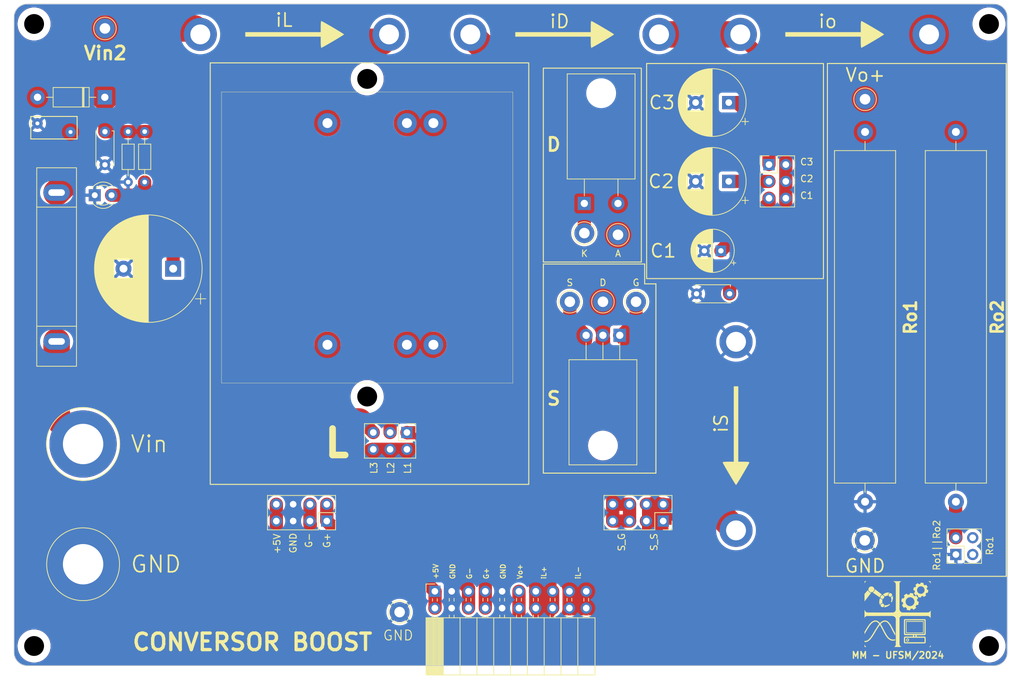
<source format=kicad_pcb>
(kicad_pcb (version 20221018) (generator pcbnew)
  (layers (0 "F.Cu" signal) (31 "B.Cu" signal) (34 "B.Paste" user) (35 "F.Paste" user) (36 "B.SilkS" user "B.Silkscreen") (37 "F.SilkS" user "F.Silkscreen") (38 "B.Mask" user) (39 "F.Mask" user) (44 "Edge.Cuts" user))
  (net 0 "")
  (net 1 "/Vin2")
  (net 2 "GND")
  (net 3 "Net-(J6-Pin_4)")
  (net 4 "Net-(J6-Pin_5)")
  (net 5 "IL-")
  (net 6 "Net-(D1-A)")
  (net 7 "Net-(D2-A)")
  (net 8 "Net-(D3-K)")
  (net 9 "15V_F")
  (net 10 "G+")
  (net 11 "IL+")
  (net 12 "Net-(J6-Pin_6)")
  (net 13 "switch_gate")
  (net 14 "Vo+")
  (net 15 "G-")
  (net 16 "Net-(J6-Pin_1)")
  (net 17 "Net-(J7-Pin_2)")
  (net 18 "/Vin")
  (net 19 "Net-(J3-Pin_1)")
  (net 20 "Net-(J3-Pin_2)")
  (net 21 "Net-(J3-Pin_3)")
  (net 22 "Net-(L1-Pad1)")
  (net 23 "switch_source")
  (footprint "LED_THT:LED_D3.0mm" (layer "F.Cu") (at 27.16 43.8)
    (fp_text reference "D2" hide)
    (fp_text value "LED")
    (pad "1" thru_hole rect (at 0 0) (size 1.8 1.8) (drill 0.9) (layers "*.Cu" "*.Mask") (net 2 "GND"))
    (pad "2" thru_hole circle (at 2.54 0) (size 1.8 1.8) (drill 0.9) (layers "*.Cu" "*.Mask") (net 7 "Net-(D2-A)"))
  )
  (footprint "Library:Furo" (layer "F.Cu") (at 18 20.525)
    (fp_text reference "H1" hide)
    (fp_text value "MountingHole")
    (pad "" np_thru_hole circle (at 0 -2.6) (size 3 3) (drill 3) (layers "*.Mask") (clearance 1))
  )
  (footprint "Connector_PinHeader_2.54mm:PinHeader_2x02_P2.54mm_Vertical" (layer "F.Cu") (at 157.2 98.1 90)
    (fp_text reference "J7" hide)
    (fp_text value "Conn_02x01")
    (pad "1" thru_hole rect (at 0 0 90) (size 1.7 1.7) (drill 1) (layers "*.Cu" "*.Mask") (net 2 "GND"))
    (pad "2" thru_hole oval (at 2.54 0 90) (size 1.7 1.7) (drill 1) (layers "*.Cu" "*.Mask") (net 17 "Net-(J7-Pin_2)"))
    (pad "3" thru_hole oval (at 0 2.54 90) (size 1.7 1.7) (drill 1) (layers "*.Cu" "*.Mask"))
    (pad "4" thru_hole oval (at 2.54 2.54 90) (size 1.7 1.7) (drill 1) (layers "*.Cu" "*.Mask"))
  )
  (footprint "TestPoint:TestPoint_Loop_D2.60mm_Drill1.6mm_Beaded" (layer "F.Cu") (at 98.9 59.9)
    (fp_text reference "TP6" hide)
    (fp_text value "TestPoint")
    (pad "1" thru_hole circle (at 0 0) (size 3 3) (drill 1.6) (layers "*.Cu" "*.Mask") (net 23 "switch_source"))
  )
  (footprint "Capacitor_THT:CP_Radial_D6.3mm_P2.50mm" (layer "F.Cu") (at 121.714703 52.2 180)
    (fp_text reference "C5" hide)
    (fp_text value "22u")
    (pad "1" thru_hole rect (at 0 0 180) (size 1.6 1.6) (drill 0.8) (layers "*.Cu" "*.Mask") (net 12 "Net-(J6-Pin_6)"))
    (pad "2" thru_hole circle (at 2.5 0 180) (size 1.6 1.6) (drill 0.8) (layers "*.Cu" "*.Mask") (net 2 "GND"))
  )
  (footprint "LOGO" (layer "F.Cu") (at 57.40695 19.500001)
    (fp_text reference "G***" hide)
    (fp_text value "LOGO" hide)
  )
  (footprint "Connector_PinHeader_2.54mm:PinHeader_2x03_P2.54mm_Vertical" (layer "F.Cu") (at 128.97762 39.172)
    (fp_text reference "J6" hide)
    (fp_text value "Conn_02x03_Counter_Clockwise")
    (pad "1" thru_hole oval (at 2.54 5.08) (size 1.7 1.7) (drill 1) (layers "*.Cu" "*.Mask") (net 16 "Net-(J6-Pin_1)"))
    (pad "2" thru_hole oval (at 2.54 2.54) (size 1.7 1.7) (drill 1) (layers "*.Cu" "*.Mask") (net 16 "Net-(J6-Pin_1)"))
    (pad "3" thru_hole oval (at 2.54 0) (size 1.7 1.7) (drill 1) (layers "*.Cu" "*.Mask") (net 16 "Net-(J6-Pin_1)"))
    (pad "4" thru_hole rect (at 0 0) (size 1.7 1.7) (drill 1) (layers "*.Cu" "*.Mask") (net 3 "Net-(J6-Pin_4)"))
    (pad "5" thru_hole oval (at 0 2.54) (size 1.7 1.7) (drill 1) (layers "*.Cu" "*.Mask") (net 4 "Net-(J6-Pin_5)"))
    (pad "6" thru_hole oval (at 0 5.08) (size 1.7 1.7) (drill 1) (layers "*.Cu" "*.Mask") (net 12 "Net-(J6-Pin_6)"))
  )
  (footprint "LOGO" (layer "F.Cu") (at 98.18195 19.500001)
    (fp_text reference "G***" hide)
    (fp_text value "LOGO" hide)
  )
  (footprint "Capacitor_THT:CP_Radial_D10.0mm_P5.00mm" (layer "F.Cu") (at 122.9 29.8 180)
    (fp_text reference "C3" hide)
    (fp_text value "220u")
    (pad "1" thru_hole rect (at 0 0 180) (size 2 2) (drill 1) (layers "*.Cu" "*.Mask") (net 3 "Net-(J6-Pin_4)"))
    (pad "2" thru_hole circle (at 5 0 180) (size 2 2) (drill 1) (layers "*.Cu" "*.Mask") (net 2 "GND"))
  )
  (footprint "Package_TO_SOT_THT:TO-220-3_Horizontal_TabDown" (layer "F.Cu") (at 106.44 64.97 180)
    (fp_text reference "Q1" hide)
    (fp_text value "IRF540N")
    (pad "" np_thru_hole oval (at 2.54 -16.66 180) (size 3.5 3.5) (drill 3.5) (layers "*.Cu" "*.Mask"))
    (pad "1" thru_hole rect (at 0 0 180) (size 1.905 2) (drill 1.1) (layers "*.Cu" "*.Mask") (net 13 "switch_gate"))
    (pad "2" thru_hole oval (at 2.54 0 180) (size 1.905 2) (drill 1.1) (layers "*.Cu" "*.Mask") (net 5 "IL-"))
    (pad "3" thru_hole oval (at 5.08 0 180) (size 1.905 2) (drill 1.1) (layers "*.Cu" "*.Mask") (net 23 "switch_source"))
  )
  (footprint "TestPoint:TestPoint_Loop_D2.60mm_Drill1.6mm_Beaded" (layer "F.Cu") (at 143.484 29.3 90)
    (fp_text reference "TP12" hide)
    (fp_text value "TestPoint")
    (pad "1" thru_hole circle (at 0 0 90) (size 3 3) (drill 1.6) (layers "*.Cu" "*.Mask") (net 14 "Vo+"))
  )
  (footprint "LOGO" (layer "F.Cu") (at 148.4 107.1)
    (fp_text reference "G***" hide)
    (fp_text value "LOGO" hide)
  )
  (footprint "TestPoint:TestPoint_Loop_D2.60mm_Drill1.6mm_Beaded" (layer "F.Cu") (at 106.172 49.784)
    (fp_text reference "TP8" hide)
    (fp_text value "TestPoint")
    (pad "1" thru_hole circle (at 0 0) (size 3 3) (drill 1.6) (layers "*.Cu" "*.Mask") (net 5 "IL-"))
  )
  (footprint "LOGO" (layer "F.Cu") (at 123.999999 80.2 -90)
    (fp_text reference "G***" hide)
    (fp_text value "LOGO" hide)
  )
  (footprint "Connector:Banana_Jack_1Pin" (layer "F.Cu") (at 25.4 99.568)
    (fp_text reference "J2" hide)
    (fp_text value "Conn_01x01_Pin")
    (pad "1" thru_hole circle (at 0 0) (size 10.16 10.16) (drill 6.1) (layers "*.Cu" "*.Mask") (net 2 "GND"))
  )
  (footprint "Resistor_THT:R_Axial_Power_L50.0mm_W9.0mm_P55.88mm" (layer "F.Cu") (at 157.2 34.24 -90)
    (fp_text reference "R4" hide)
    (fp_text value "100")
    (pad "1" thru_hole circle (at 0 0 270) (size 2.4 2.4) (drill 1.2) (layers "*.Cu" "*.Mask") (net 14 "Vo+"))
    (pad "2" thru_hole oval (at 55.88 0 270) (size 2.4 2.4) (drill 1.2) (layers "*.Cu" "*.Mask") (net 17 "Net-(J7-Pin_2)"))
  )
  (footprint "TestPoint:TestPoint_Loop_D2.60mm_Drill1.6mm_Beaded" (layer "F.Cu") (at 73.2 106.8)
    (fp_text reference "TP2" hide)
    (fp_text value "TestPoint")
    (pad "1" thru_hole circle (at 0 0) (size 3 3) (drill 1.6) (layers "*.Cu" "*.Mask") (net 2 "GND"))
  )
  (footprint "Resistor_THT:R_Axial_DIN0204_L3.6mm_D1.6mm_P7.62mm_Horizontal" (layer "F.Cu") (at 32.2 34.19 -90)
    (fp_text reference "R2" hide)
    (fp_text value "10k")
    (pad "1" thru_hole circle (at 0 0 270) (size 1.4 1.4) (drill 0.7) (layers "*.Cu" "*.Mask") (net 1 "/Vin2"))
    (pad "2" thru_hole oval (at 7.62 0 270) (size 1.4 1.4) (drill 0.7) (layers "*.Cu" "*.Mask") (net 2 "GND"))
  )
  (footprint "Package_TO_SOT_THT:TO-220-2_Horizontal_TabDown" (layer "F.Cu") (at 101.092 45.044)
    (fp_text reference "D3" hide)
    (fp_text value "D")
    (pad "" np_thru_hole oval (at 2.54 -16.66) (size 3.5 3.5) (drill 3.5) (layers "*.Cu" "*.Mask"))
    (pad "1" thru_hole rect (at 0 0) (size 2 2) (drill 1.1) (layers "*.Cu" "*.Mask") (net 8 "Net-(D3-K)"))
    (pad "2" thru_hole oval (at 5.08 0) (size 2 2) (drill 1.1) (layers "*.Cu" "*.Mask") (net 5 "IL-"))
  )
  (footprint "Diode_THT:D_DO-41_SOD81_P10.16mm_Horizontal" (layer "F.Cu") (at 28.68 29 180)
    (fp_text reference "D1" hide)
    (fp_text value "1N4007")
    (pad "1" thru_hole rect (at 0 0 180) (size 2.2 2.2) (drill 1.1) (layers "*.Cu" "*.Mask") (net 1 "/Vin2"))
    (pad "2" thru_hole oval (at 10.16 0 180) (size 2.2 2.2) (drill 1.1) (layers "*.Cu" "*.Mask") (net 6 "Net-(D1-A)"))
  )
  (footprint "LOGO" (layer "F.Cu") (at 138.95695 19.500001)
    (fp_text reference "G***" hide)
    (fp_text value "LOGO" hide)
  )
  (footprint "Capacitor_THT:C_Disc_D5.0mm_W2.5mm_P5.00mm" (layer "F.Cu") (at 123.032323 58.7 180)
    (fp_text reference "C6" hide)
    (fp_text value "100n")
    (pad "1" thru_hole circle (at 0 0 180) (size 1.6 1.6) (drill 0.8) (layers "*.Cu" "*.Mask") (net 16 "Net-(J6-Pin_1)"))
    (pad "2" thru_hole circle (at 5 0 180) (size 1.6 1.6) (drill 0.8) (layers "*.Cu" "*.Mask") (net 2 "GND"))
  )
  (footprint "Connector_PinSocket_2.54mm:PinSocket_2x10_P2.54mm_Horizontal" (layer "F.Cu") (at 78.52 103.66 90)
    (fp_text reference "J5" hide)
    (fp_text value "Conn_02x10_Odd_Even")
    (pad "1" thru_hole rect (at 0 0 90) (size 1.7 1.7) (drill 1) (layers "*.Cu" "*.Mask") (net 9 "15V_F"))
    (pad "2" thru_hole oval (at -2.54 0 90) (size 1.7 1.7) (drill 1) (layers "*.Cu" "*.Mask") (net 9 "15V_F"))
    (pad "3" thru_hole oval (at 0 2.54 90) (size 1.7 1.7) (drill 1) (layers "*.Cu" "*.Mask") (net 2 "GND"))
    (pad "4" thru_hole oval (at -2.54 2.54 90) (size 1.7 1.7) (drill 1) (layers "*.Cu" "*.Mask") (net 2 "GND"))
    (pad "5" thru_hole oval (at 0 5.08 90) (size 1.7 1.7) (drill 1) (layers "*.Cu" "*.Mask") (net 15 "G-"))
    (pad "6" thru_hole oval (at -2.54 5.08 90) (size 1.7 1.7) (drill 1) (layers "*.Cu" "*.Mask") (net 15 "G-"))
    (pad "7" thru_hole oval (at 0 7.62 90) (size 1.7 1.7) (drill 1) (layers "*.Cu" "*.Mask") (net 10 "G+"))
    (pad "8" thru_hole oval (at -2.54 7.62 90) (size 1.7 1.7) (drill 1) (layers "*.Cu" "*.Mask") (net 10 "G+"))
    (pad "9" thru_hole oval (at 0 10.16 90) (size 1.7 1.7) (drill 1) (layers "*.Cu" "*.Mask") (net 2 "GND"))
    (pad "10" thru_hole oval (at -2.54 10.16 90) (size 1.7 1.7) (drill 1) (layers "*.Cu" "*.Mask") (net 2 "GND"))
    (pad "11" thru_hole oval (at 0 12.7 90) (size 1.7 1.7) (drill 1) (layers "*.Cu" "*.Mask") (net 14 "Vo+"))
    (pad "12" thru_hole oval (at -2.54 12.7 90) (size 1.7 1.7) (drill 1) (layers "*.Cu" "*.Mask") (net 14 "Vo+"))
    (pad "13" thru_hole oval (at 0 15.24 90) (size 1.7 1.7) (drill 1) (layers "*.Cu" "*.Mask") (net 11 "IL+"))
    (pad "14" thru_hole oval (at -2.54 15.24 90) (size 1.7 1.7) (drill 1) (layers "*.Cu" "*.Mask") (net 11 "IL+"))
    (pad "15" thru_hole oval (at 0 17.78 90) (size 1.7 1.7) (drill 1) (layers "*.Cu" "*.Mask") (net 11 "IL+"))
    (pad "16" thru_hole oval (at -2.54 17.78 90) (size 1.7 1.7) (drill 1) (layers "*.Cu" "*.Mask") (net 11 "IL+"))
    (pad "17" thru_hole oval (at 0 20.32 90) (size 1.7 1.7) (drill 1) (layers "*.Cu" "*.Mask") (net 5 "IL-"))
    (pad "18" thru_hole oval (at -2.54 20.32 90) (size 1.7 1.7) (drill 1) (layers "*.Cu" "*.Mask") (net 5 "IL-"))
    (pad "19" thru_hole oval (at 0 22.86 90) (size 1.7 1.7) (drill 1) (layers "*.Cu" "*.Mask") (net 5 "IL-"))
    (pad "20" thru_hole oval (at -2.54 22.86 90) (size 1.7 1.7) (drill 1) (layers "*.Cu" "*.Mask") (net 5 "IL-"))
  )
  (footprint "Library:Testpoint_current" (layer "F.Cu") (at 98.125 19.5)
    (fp_text reference "TP10" hide)
    (fp_text value "TestPoint_2Pole")
    (pad "1" thru_hole circle (at -14.25 0) (size 5 5) (drill 3) (layers "*.Cu" "*.Mask") (net 8 "Net-(D3-K)"))
    (pad "2" thru_hole circle (at 14.25 0) (size 5 5) (drill 3) (layers "*.Cu" "*.Mask") (net 16 "Net-(J6-Pin_1)"))
  )
  (footprint "Library:Fuse" (layer "F.Cu") (at 21.4 68.9)
    (fp_text reference "F1" hide)
    (fp_text value "Fuse")
    (pad "1" thru_hole oval (at 0 -3) (size 4 2.5) (drill oval 2.5 1) (layers "*.Cu" "*.Mask") (net 18 "/Vin"))
    (pad "2" thru_hole oval (at 0 -25.5) (size 4 2.5) (drill oval 2.5 1) (layers "*.Cu" "*.Mask") (net 6 "Net-(D1-A)"))
  )
  (footprint "Library:Furo" (layer "F.Cu") (at 18 114.525)
    (fp_text reference "H2" hide)
    (fp_text value "MountingHole")
    (pad "" np_thru_hole circle (at 0 -2.6) (size 3 3) (drill 3) (layers "*.Mask" "Eco1.User") (clearance 1))
  )
  (footprint "Library:Testpoint_current" (layer "F.Cu") (at 124 80.2 -90)
    (fp_text reference "TP7" hide)
    (fp_text value "TestPoint_2Pole")
    (pad "1" thru_hole circle (at -14.25 0 270) (size 5 5) (drill 3) (layers "*.Cu" "*.Mask") (net 2 "GND"))
    (pad "2" thru_hole circle (at 14.25 0 270) (size 5 5) (drill 3) (layers "*.Cu" "*.Mask") (net 23 "switch_source"))
  )
  (footprint "Library:Furo" (layer "F.Cu") (at 162.2 114.525)
    (fp_text reference "H4" hide)
    (fp_text value "MountingHole")
    (pad "" np_thru_hole circle (at 0 -2.6) (size 3 3) (drill 3) (layers "*.Mask") (clearance 1))
  )
  (footprint "Library:Testpoint_current" (layer "F.Cu") (at 138.9 19.5)
    (fp_text reference "TP11" hide)
    (fp_text value "TestPoint_2Pole")
    (pad "1" thru_hole circle (at -14.25 0) (size 5 5) (drill 3) (layers "*.Cu" "*.Mask") (net 16 "Net-(J6-Pin_1)"))
    (pad "2" thru_hole circle (at 14.25 0) (size 5 5) (drill 3) (layers "*.Cu" "*.Mask") (net 14 "Vo+"))
  )
  (footprint "Library:Inductor_buck" (layer "F.Cu") (at 41.1 50.2 -90)
    (fp_text reference "L1" hide)
    (fp_text value "L")
    (pad "1" thru_hole circle (at -17.3 -21.2 270) (size 3 3) (drill 1.5) (layers "*.Cu" "*.Mask") (net 22 "Net-(L1-Pad1)"))
    (pad "2" thru_hole circle (at -17.3 -37.2 270) (size 3 3) (drill 1.5) (layers "*.Cu" "*.Mask") (net 21 "Net-(J3-Pin_3)"))
    (pad "2" thru_hole circle (at -17.3 -33.2 270) (size 3 3) (drill 1.5) (layers "*.Cu" "*.Mask") (net 21 "Net-(J3-Pin_3)"))
    (pad "3" thru_hole circle (at 16.2 -37.2 270) (size 3 3) (drill 1.5) (layers "*.Cu" "*.Mask") (net 20 "Net-(J3-Pin_2)"))
    (pad "3" thru_hole circle (at 16.2 -33.2 270) (size 3 3) (drill 1.5) (layers "*.Cu" "*.Mask") (net 20 "Net-(J3-Pin_2)"))
    (pad "4" thru_hole circle (at 16.2 -21.2 270) (size 3 3) (drill 1.5) (layers "*.Cu" "*.Mask") (net 19 "Net-(J3-Pin_1)"))
  )
  (footprint "TestPoint:TestPoint_Loop_D2.60mm_Drill1.6mm_Beaded" (layer "F.Cu") (at 108.9 59.9)
    (fp_text reference "TP4" hide)
    (fp_text value "TestPoint")
    (pad "1" thru_hole circle (at 0 0) (size 3 3) (drill 1.6) (layers "*.Cu" "*.Mask") (net 13 "switch_gate"))
  )
  (footprint "TestPoint:TestPoint_Loop_D2.60mm_Drill1.6mm_Beaded" (layer "F.Cu") (at 101.092 49.53)
    (fp_text reference "TP9" hide)
    (fp_text value "TestPoint")
    (pad "1" thru_hole circle (at 0 0) (size 3 3) (drill 1.6) (layers "*.Cu" "*.Mask") (net 8 "Net-(D3-K)"))
  )
  (footprint "Connector_PinHeader_2.54mm:PinHeader_2x03_P2.54mm_Vertical" (layer "F.Cu") (at 74.3 79.66 -90)
    (fp_text reference "J3" hide)
    (fp_text value "Conn_02x03_Counter_Clockwise")
    (pad "1" thru_hole oval (at 0 5.08 270) (size 1.7 1.7) (drill 1) (layers "*.Cu" "*.Mask") (net 19 "Net-(J3-Pin_1)"))
    (pad "2" thru_hole oval (at 0 2.54 270) (size 1.7 1.7) (drill 1) (layers "*.Cu" "*.Mask") (net 20 "Net-(J3-Pin_2)"))
    (pad "3" thru_hole rect (at 0 0 270) (size 1.7 1.7) (drill 1) (layers "*.Cu" "*.Mask") (net 21 "Net-(J3-Pin_3)"))
    (pad "4" thru_hole oval (at 2.54 0 270) (size 1.7 1.7) (drill 1) (layers "*.Cu" "*.Mask") (net 11 "IL+"))
    (pad "5" thru_hole oval (at 2.54 2.54 270) (size 1.7 1.7) (drill 1) (layers "*.Cu" "*.Mask") (net 11 "IL+"))
    (pad "6" thru_hole oval (at 2.54 5.08 270) (size 1.7 1.7) (drill 1) (layers "*.Cu" "*.Mask") (net 11 "IL+"))
  )
  (footprint "Varistor:RV_Disc_D7mm_W3.4mm_P5mm" (layer "F.Cu") (at 23.5 34.25 180)
    (fp_text reference "RV1" hide)
    (fp_text value "Varistor")
    (pad "1" thru_hole circle (at 0 0 180) (size 1.6 1.6) (drill 0.6) (layers "*.Cu" "*.Mask") (net 6 "Net-(D1-A)"))
    (pad "2" thru_hole circle (at 5 1.3 180) (size 1.6 1.6) (drill 0.6) (layers "*.Cu" "*.Mask") (net 2 "GND"))
  )
  (footprint "Connector:Banana_Jack_1Pin" (layer "F.Cu") (at 25.4 81.4)
    (fp_text reference "J1" hide)
    (fp_text value "Conn_01x01_Pin")
    (pad "1" thru_hole circle (at 0 0) (size 10.16 10.16) (drill 6.1) (layers "*.Cu" "*.Mask") (net 18 "/Vin"))
  )
  (footprint "TestPoint:TestPoint_Loop_D2.60mm_Drill1.6mm_Beaded" (layer "F.Cu") (at 143.444 95.96 90)
    (fp_text reference "TP13" hide)
    (fp_text value "TestPoint")
    (pad "1" thru_hole circle (at 0 0 90) (size 3 3) (drill 1.6) (layers "*.Cu" "*.Mask") (net 2 "GND"))
  )
  (footprint "Capacitor_THT:CP_Radial_D16.0mm_P7.50mm" (layer "F.Cu") (at 39 54.9 180)
    (fp_text reference "C1" hide)
    (fp_text value "470u")
    (pad "1" thru_hole rect (at 0 0 180) (size 2.4 2.4) (drill 1.2) (layers "*.Cu" "*.Mask") (net 1 "/Vin2"))
    (pad "2" thru_hole circle (at 7.5 0 180) (size 2.4 2.4) (drill 1.2) (layers "*.Cu" "*.Mask") (net 2 "GND"))
  )
  (footprint "Library:Testpoint_current" (layer "F.Cu") (at 57.35 19.5)
    (fp_text reference "TP3" hide)
    (fp_text value "TestPoint_2Pole")
    (pad "1" thru_hole circle (at -14.25 0) (size 5 5) (drill 3) (layers "*.Cu" "*.Mask") (net 1 "/Vin2"))
    (pad "2" thru_hole circle (at 14.25 0) (size 5 5) (drill 3) (layers "*.Cu" "*.Mask") (net 22 "Net-(L1-Pad1)"))
  )
  (footprint "Capacitor_THT:C_Disc_D5.0mm_W2.5mm_P5.00mm" (layer "F.Cu") (at 28.7 34.2 -90)
    (fp_text reference "C2" hide)
    (fp_text value "100n")
    (pad "1" thru_hole circle (at 0 0 270) (size 1.6 1.6) (drill 0.8) (layers "*.Cu" "*.Mask") (net 1 "/Vin2"))
    (pad "2" thru_hole circle (at 5 0 270) (size 1.6 1.6) (drill 0.8) (layers "*.Cu" "*.Mask") (net 2 "GND"))
  )
  (footprint "Resistor_THT:R_Axial_Power_L50.0mm_W9.0mm_P55.88mm" (layer "F.Cu") (at 143.484 34.24 -90)
    (fp_text reference "R3" hide)
    (fp_text value "100")
    (pad "1" thru_hole circle (at 0 0 270) (size 2.4 2.4) (drill 1.2) (layers "*.Cu" "*.Mask") (net 14 "Vo+"))
    (pad "2" thru_hole oval (at 55.88 0 270) (size 2.4 2.4) (drill 1.2) (layers "*.Cu" "*.Mask") (net 2 "GND"))
  )
  (footprint "Resistor_THT:R_Axial_DIN0204_L3.6mm_D1.6mm_P7.62mm_Horizontal" (layer "F.Cu") (at 34.7 34.19 -90)
    (fp_text reference "R1" hide)
    (fp_text value "1.5k")
    (pad "1" thru_hole circle (at 0 0 270) (size 1.4 1.4) (drill 0.7) (layers "*.Cu" "*.Mask") (net 1 "/Vin2"))
    (pad "2" thru_hole oval (at 7.62 0 270) (size 1.4 1.4) (drill 0.7) (layers "*.Cu" "*.Mask") (net 7 "Net-(D2-A)"))
  )
  (footprint "TestPoint:TestPoint_Loop_D2.60mm_Drill1.6mm_Beaded" (layer "F.Cu") (at 28.7 18.6)
    (fp_text reference "TP1" hide)
    (fp_text value "TestPoint")
    (pad "1" thru_hole circle (at 0 0) (size 3 3) (drill 1.6) (layers "*.Cu" "*.Mask") (net 1 "/Vin2"))
  )
  (footprint "Library:Furo" (layer "F.Cu") (at 68.3 76.825)
    (fp_text reference "H6" hide)
    (fp_text value "MountingHole")
    (pad "" np_thru_hole circle (at 0 -2.6) (size 3 3) (drill 3) (layers "*.Mask") (clearance 1))
  )
  (footprint "Library:Furo" (layer "F.Cu") (at 68.3 28.825)
    (fp_text reference "H5" hide)
    (fp_text value "MountingHole")
    (pad "" np_thru_hole circle (at 0 -2.6) (size 3 3) (drill 3) (layers "*.Mask") (clearance 1))
  )
  (footprint "Library:GateDriver" (layer "F.Cu") (at 62.2 93.04 -90)
    (fp_text reference "J4" hide)
    (fp_text value "Conn_gatedriver")
    (pad "1" thru_hole oval (at -2.54 -50.8 270) (size 1.7 1.7) (drill 1) (layers "*.Cu" "*.Mask") (net 23 "switch_source"))
    (pad "1" thru_hole rect (at 0 -50.8 270) (size 1.7 1.7) (drill 1) (layers "*.Cu" "*.Mask") (net 23 "switch_source"))
    (pad "2" thru_hole oval (at -2.54 -48.26 270) (size 1.7 1.7) (drill 1) (layers "*.Cu" "*.Mask") (net 23 "switch_source"))
    (pad "2" thru_hole oval (at 0 -48.26 270) (size 1.7 1.7) (drill 1) (layers "*.Cu" "*.Mask") (net 23 "switch_source"))
    (pad "3" thru_hole oval (at -2.54 -45.72 270) (size 1.7 1.7) (drill 1) (layers "*.Cu" "*.Mask") (net 13 "switch_gate"))
    (pad "3" thru_hole oval (at 0 -45.72 270) (size 1.7 1.7) (drill 1) (layers "*.Cu" "*.Mask") (net 13 "switch_gate"))
    (pad "4" thru_hole oval (at -2.54 -43.18 270) (size 1.7 1.7) (drill 1) (layers "*.Cu" "*.Mask") (net 13 "switch_gate"))
    (pad "4" thru_hole oval (at 0 -43.18 270) (size 1.7 1.7) (drill 1) (layers "*.Cu" "*.Mask") (net 13 "switch_gate"))
    (pad "5" thru_hole oval (at -2.54 0 270) (size 1.7 1.7) (drill 1) (layers "*.Cu" "*.Mask") (net 10 "G+"))
    (pad "5" thru_hole rect (at 0 0 270) (size 1.7 1.7) (drill 1) (layers "*.Cu" "*.Mask") (net 10 "G+"))
    (pad "6" thru_hole oval (at -2.54 2.54 270) (size 1.7 1.7) (drill 1) (layers "*.Cu" "*.Mask") (net 15 "G-"))
    (pad "6" thru_hole oval (at 0 2.54 270) (size 1.7 1.7) (drill 1) (layers "*.Cu" "*.Mask") (net 15 "G-"))
    (pad "7" thru_hole oval (at -2.54 5.08 270) (size 1.7 1.7) (drill 1) (layers "*.Cu" "*.Mask") (net 2 "GND"))
    (pad "7" thru_hole oval (at 0 5.08 270) (size 1.7 1.7) (drill 1) (layers "*.Cu" "*.Mask") (net 2 "GND"))
    (pad "8" thru_hole oval (at -2.54 7.62 270) (size 1.7 1.7) (drill 1) (layers "*.Cu" "*.Mask") (net 9 "15V_F"))
    (pad "8" thru_hole oval (at 0 7.62 270) (size 1.7 1.7) (drill 1) (layers "*.Cu" "*.Mask") (net 9 "15V_F"))
  )
  (footprint "Capacitor_THT:CP_Radial_D10.0mm_P5.00mm" (layer "F.Cu") (at 122.9 41.712 180)
    (fp_text reference "C4" hide)
    (fp_text value "68u")
    (pad "1" thru_hole rect (at 0 0 180) (size 2 2) (drill 1) (layers "*.Cu" "*.Mask") (net 4 "Net-(J6-Pin_5)"))
    (pad "2" thru_hole circle (at 5 0 180) (size 2 2) (drill 1) (layers "*.Cu" "*.Mask") (net 2 "GND"))
  )
  (footprint "TestPoint:TestPoint_Loop_D2.60mm_Drill1.6mm_Beaded" (layer "F.Cu") (at 103.9 59.9)
    (fp_text reference "TP5" hide)
    (fp_text value "TestPoint")
    (pad "1" thru_hole circle (at 0 0) (size 3 3) (drill 1.6) (layers "*.Cu" "*.Mask") (net 5 "IL-"))
  )
  (footprint "Library:Furo" (layer "F.Cu") (at 162.2 20.525)
    (fp_text reference "H3" hide)
    (fp_text value "MountingHole")
    (pad "" np_thru_hole circle (at 0 -2.6) (size 3 3) (drill 3) (layers "*.Mask") (clearance 1))
  )
  (gr_line (start 111.9 57.2) (end 110.2 57.2) (stroke (width 0.15)) (layer "F.SilkS"))
  (gr_line (start 94.9 54.2) (end 94.9 54.6) (stroke (width 0.15)) (layer "F.SilkS"))
  (gr_line (start 94.9 85.8) (end 110.6 85.8) (stroke (width 0.15)) (layer "F.SilkS"))
  (gr_rect (start 44.6 23.8) (end 92.7 87.5) (stroke (width 0.15)) (fill none) (layer "F.SilkS"))
  (gr_line (start 111.9 85.8) (end 111.9 57.2) (stroke (width 0.15)) (layer "F.SilkS"))
  (gr_rect (start 137.8 23.9) (end 164.8 101.4) (stroke (width 0.15)) (fill none) (layer "F.SilkS"))
  (gr_line (start 94.9 54.6) (end 94.9 85.8) (stroke (width 0.15)) (layer "F.SilkS"))
  (gr_rect (start 110.5 23.9) (end 137.2 56.4) (stroke (width 0.15)) (fill none) (layer "F.SilkS"))
  (gr_rect (start 94.9 24.6) (end 109.7 53.9) (stroke (width 0.15)) (fill none) (layer "F.SilkS"))
  (gr_line (start 110.2 57.2) (end 110.2 54.2) (stroke (width 0.15)) (layer "F.SilkS"))
  (gr_line (start 110.6 85.8) (end 111.9 85.8) (stroke (width 0.15)) (layer "F.SilkS"))
  (gr_line (start 110.2 54.2) (end 94.9 54.2) (stroke (width 0.15)) (layer "F.SilkS"))
  (gr_arc (start 164.97 112.9) (mid 164.384214 114.314214) (end 162.97 114.9) (stroke (width 0.1)) (layer "Edge.Cuts"))
  (gr_line (start 16.97 14.9) (end 162.97 14.9) (stroke (width 0.1)) (layer "Edge.Cuts"))
  (gr_arc (start 16.97 114.9) (mid 15.555786 114.314214) (end 14.97 112.9) (stroke (width 0.1)) (layer "Edge.Cuts"))
  (gr_line (start 164.97 16.9) (end 164.97 112.9) (stroke (width 0.1)) (layer "Edge.Cuts"))
  (gr_line (start 14.97 16.9) (end 14.97 112.9) (stroke (width 0.1)) (layer "Edge.Cuts"))
  (gr_arc (start 162.97 14.9) (mid 164.384214 15.485786) (end 164.97 16.9) (stroke (width 0.1)) (layer "Edge.Cuts"))
  (gr_line (start 162.97 114.9) (end 16.97 114.9) (stroke (width 0.1)) (layer "Edge.Cuts"))
  (gr_arc (start 14.97 16.9) (mid 15.555786 15.485786) (end 16.97 14.9) (stroke (width 0.1)) (layer "Edge.Cuts"))
  (gr_text "GND" (at 81.64 101.9 90) (layer "F.SilkS") (effects (font (size 0.75 0.75)) (justify left bottom)))
  (gr_text "L3" (at 69.9075 86 90) (layer "F.SilkS") (effects (font (size 1 1)) (justify left bottom)))
  (gr_text "C2" (at 112.7 41.712) (layer "F.SilkS") (effects (font (size 2 2) (thickness 0.25))))
  (gr_text "G" (at 108.3 57.6) (layer "F.SilkS") (effects (font (size 1 1)) (justify left bottom)))
  (gr_text "L2" (at 72.4475 86 90) (layer "F.SilkS") (effects (font (size 1 1)) (justify left bottom)))
  (gr_text "D" (at 95.2 37.314) (layer "F.SilkS") (effects (font (size 2 2) (thickness 0.4) bold) (justify left bottom)))
  (gr_text "iL" (at 54.3 18.5) (layer "F.SilkS") (effects (font (size 2 2) (thickness 0.25)) (justify left bottom)))
  (gr_text "C2" (at 133.6 41.8915) (layer "F.SilkS") (effects (font (size 1 1)) (justify left bottom)))
  (gr_text "CONVERSOR BOOST" (at 32.6 112.8) (layer "F.SilkS") (effects (font (size 2.5 2.5) (thickness 0.5) bold) (justify left bottom)))
  (gr_text "io" (at 136.3 18.7) (layer "F.SilkS") (effects (font (size 2 2) (thickness 0.25)) (justify left bottom)))
  (gr_text "A" (at 105.655929 53.2) (layer "F.SilkS") (effects (font (size 1 1)) (justify left bottom)))
  (gr_text "D" (at 103.3 57.6) (layer "F.SilkS") (effects (font (size 1 1)) (justify left bottom)))
  (gr_text "Vin2" (at 25.3 23.5) (layer "F.SilkS") (effects (font (size 2 2) (thickness 0.4) bold) (justify left bottom)))
  (gr_text "C3" (at 112.8 29.8) (layer "F.SilkS") (effects (font (size 2 2) (thickness 0.25))))
  (gr_text "K" (at 100.5045 53.2) (layer "F.SilkS") (effects (font (size 1 1)) (justify left bottom)))
  (gr_text "G-" (at 60.07 97.17 90) (layer "F.SilkS") (effects (font (size 1 1)) (justify left bottom)))
  (gr_text "C1" (at 113 52.2) (layer "F.SilkS") (effects (font (size 2 2) (thickness 0.25))))
  (gr_text "GND" (at 89.26 101.9 90) (layer "F.SilkS") (effects (font (size 0.75 0.75)) (justify left bottom)))
  (gr_text "Ro1" (at 151.4 65.071429 90) (layer "F.SilkS") (effects (font (size 1.8 1.8) (thickness 0.4) bold) (justify left bottom)))
  (gr_text "S_S" (at 112.2 97.652381 90) (layer "F.SilkS") (effects (font (size 1 1)) (justify left bottom)))
  (gr_text "C3" (at 133.6 39.3515) (layer "F.SilkS") (effects (font (size 1 1)) (justify left bottom)))
  (gr_text "MM - UFSM/2024" (at 141.360119 113.9) (layer "F.SilkS") (effects (font (size 1 1) (thickness 0.2) bold) (justify left bottom)))
  (gr_text "iS" (at 122.92 79.88 90) (layer "F.SilkS") (effects (font (size 2 2) (thickness 0.25)) (justify left bottom)))
  (gr_text "GND" (at 36.4 99.568) (layer "F.SilkS") (effects (font (size 2.5 2.5) (thickness 0.25))))
  (gr_text "iD" (at 95.711 18.7) (layer "F.SilkS") (effects (font (size 2 2) (thickness 0.25)) (justify left bottom)))
  (gr_text "GND" (at 57.71 97.99 90) (layer "F.SilkS") (effects (font (size 1 1)) (justify left bottom)))
  (gr_text "GND" (at 70.6 111.2) (layer "F.SilkS") (effects (font (size 1.5 1.5)) (justify left bottom)))
  (gr_text "GND" (at 140.283881 101) (layer "F.SilkS") (effects (font (size 2 2) (thickness 0.25)) (justify left bottom)))
  (gr_text "Vin" (at 35.388095 81.4) (layer "F.SilkS") (effects (font (size 2.5 2.5) (thickness 0.25))))
  (gr_text "Ro1" (at 162.9 98.3 90) (layer "F.SilkS") (effects (font (size 1 1)) (justify left bottom)))
  (gr_text "iL-" (at 100.5875 101.9 90) (layer "F.SilkS") (effects (font (size 0.75 0.75)) (justify left bottom)))
  (gr_text "L1" (at 74.9875 86 90) (layer "F.SilkS") (effects (font (size 1 1)) (justify left bottom)))
  (gr_text "C1" (at 133.6 44.4315) (layer "F.SilkS") (effects (font (size 1 1)) (justify left bottom)))
  (gr_text "S" (at 98.32381 57.6) (layer "F.SilkS") (effects (font (size 1 1)) (justify left bottom)))
  (gr_text "G-" (at 84.18 101.9 90) (layer "F.SilkS") (effects (font (size 0.75 0.75)) (justify left bottom)))
  (gr_text "G+" (at 86.72 101.9 90) (layer "F.SilkS") (effects (font (size 0.75 0.75)) (justify left bottom)))
  (gr_text "+5V" (at 79.1 101.9 90) (layer "F.SilkS") (effects (font (size 0.75 0.75) (thickness 0.15) bold) (justify left bottom)))
  (gr_text "iL+" (at 95.3875 101.9 90) (layer "F.SilkS") (effects (font (size 0.7 0.75)) (justify left bottom)))
  (gr_text "+5V" (at 55.2675 98.1 90) (layer "F.SilkS") (effects (font (size 1 1)) (justify left bottom)))
  (gr_text "Vo+" (at 140.3715 26.8) (layer "F.SilkS") (effects (font (size 2 2) (thickness 0.25)) (justify left bottom)))
  (gr_text "L" (at 63.74 81.26) (layer "F.SilkS") (effects (font (size 4 4) (thickness 1) bold)))
  (gr_text "Vo+" (at 91.8 101.9 90) (layer "F.SilkS") (effects (font (size 0.75 0.75)) (justify left bottom)))
  (gr_text "Ro2" (at 164.5 65.071429 90) (layer "F.SilkS") (effects (font (size 1.8 1.8) (thickness 0.4) bold) (justify left bottom)))
  (gr_text "S" (at 95.247619 75.7) (layer "F.SilkS") (effects (font (size 2 2) (thickness 0.4) bold) (justify left bottom)))
  (gr_text "Ro1||Ro2" (at 154.9 100.6 90) (layer "F.SilkS") (effects (font (size 1 1)) (justify left bottom)))
  (gr_text "G+" (at 62.8 97.2 90) (layer "F.SilkS") (effects (font (size 1 1)) (justify left bottom)))
  (gr_text "S_G" (at 107.3 97.7 90) (layer "F.SilkS") (effects (font (size 1 1)) (justify left bottom)))
  (segment (start 28.7 18.6) (end 42.2 18.6) (width 4) (layer "F.Cu") (net 1))
  (segment (start 37.79 34.19) (end 39 35.4) (width 2) (layer "F.Cu") (net 1))
  (segment (start 28.68 18.62) (end 28.7 18.6) (width 2) (layer "F.Cu") (net 1))
  (segment (start 39 35.4) (end 39 54.9) (width 2) (layer "F.Cu") (net 1))
  (segment (start 28.7 34.2) (end 34.69 34.2) (width 2) (layer "F.Cu") (net 1))
  (segment (start 34.7 34.19) (end 37.79 34.19) (width 2) (layer "F.Cu") (net 1))
  (segment (start 28.68 29) (end 28.68 18.62) (width 4) (layer "F.Cu") (net 1))
  (segment (start 34.69 34.2) (end 34.7 34.19) (width 2) (layer "F.Cu") (net 1))
  (segment (start 28.68 34.18) (end 28.7 34.2) (width 2) (layer "F.Cu") (net 1))
  (segment (start 42.2 18.6) (end 43.1 19.5) (width 4) (layer "F.Cu") (net 1))
  (segment (start 28.68 29) (end 28.68 34.18) (width 2) (layer "F.Cu") (net 1))
  (segment (start 128.97762 34.57762) (end 128.97762 39.172) (width 2) (layer "F.Cu") (net 3))
  (segment (start 122.9 29.8) (end 124.2 29.8) (width 2) (layer "F.Cu") (net 3))
  (segment (start 124.2 29.8) (end 128.97762 34.57762) (width 2) (layer "F.Cu") (net 3))
  (segment (start 128.97762 41.712) (end 122.9 41.712) (width 2) (layer "F.Cu") (net 4))
  (segment (start 103.9 64.97) (end 103.9 59.9) (width 2) (layer "F.Cu") (net 5))
  (segment (start 101.38 103.66) (end 98.84 103.66) (width 2) (layer "F.Cu") (net 5))
  (segment (start 104.4 51.556) (end 106.172 49.784) (width 2) (layer "F.Cu") (net 5))
  (segment (start 96.5 54.3) (end 92.6 58.2) (width 4) (layer "F.Cu") (net 5))
  (segment (start 104.4 54.4) (end 103.9 54.9) (width 2) (layer "F.Cu") (net 5))
  (segment (start 98.84 103.66) (end 98.84 106.2) (width 2) (layer "F.Cu") (net 5))
  (segment (start 92.6 58.2) (end 92.6 93.3) (width 4) (layer "F.Cu") (net 5))
  (segment (start 103.9 54.9) (end 103.9 59.9) (width 2) (layer "F.Cu") (net 5))
  (segment (start 101.38 106.2) (end 98.84 106.2) (width 2) (layer "F.Cu") (net 5))
  (segment (start 104.3 54.3) (end 96.5 54.3) (width 4) (layer "F.Cu") (net 5))
  (segment (start 104.4 54.4) (end 104.4 51.556) (width 2) (layer "F.Cu") (net 5))
  (segment (start 101.38 106.2) (end 101.38 103.66) (width 2) (layer "F.Cu") (net 5))
  (segment (start 100.1 100.8) (end 100.1 105.1) (width 4) (layer "F.Cu") (net 5))
  (segment (start 104.4 54.4) (end 104.3 54.3) (width 4) (layer "F.Cu") (net 5))
  (segment (start 92.6 93.3) (end 100.1 100.8) (width 4) (layer "F.Cu") (net 5))
  (segment (start 106.172 45.044) (end 106.172 49.784) (width 2) (layer "F.Cu") (net 5))
  (segment (start 21.4 29) (end 18.52 29) (width 4) (layer "F.Cu") (net 6))
  (segment (start 23.5 41.3) (end 21.4 43.4) (width 4) (layer "F.Cu") (net 6))
  (segment (start 23.5 34.25) (end 23.5 41.3) (width 4) (layer "F.Cu") (net 6))
  (segment (start 23.5 34.25) (end 23.5 31.1) (width 4) (layer "F.Cu") (net 6))
  (segment (start 23.5 31.1) (end 21.4 29) (width 4) (layer "F.Cu") (net 6))
  (segment (start 29.7 43.8) (end 33.699949 43.8) (width 2) (layer "F.Cu") (net 7))
  (segment (start 34.7 42.799949) (end 34.7 41.81) (width 2) (layer "F.Cu") (net 7))
  (segment (start 33.699949 43.8) (end 34.7 42.799949) (width 2) (layer "F.Cu") (net 7))
  (segment (start 101.092 45.044) (end 101.092 49.53) (width 2) (layer "F.Cu") (net 8))
  (segment (start 86.6 22.225) (end 86.6 30.552) (width 4) (layer "F.Cu") (net 8))
  (segment (start 83.875 19.5) (end 86.6 22.225) (width 4) (layer "F.Cu") (net 8))
  (segment (start 86.6 30.552) (end 101.092 45.044) (width 4) (layer "F.Cu") (net 8))
  (segment (start 76.86 102) (end 57.2 102) (width 2) (layer "F.Cu") (net 9))
  (segment (start 78.52 106.2) (end 78.55 106.17) (width 2) (layer "F.Cu") (net 9))
  (segment (start 54.58 99.38) (end 54.58 90.5) (width 2) (layer "F.Cu") (net 9))
  (segment (start 78.55 106.17) (end 78.55 103.69) (width 2) (layer "F.Cu") (net 9))
  (segment (start 78.55 103.69) (end 76.86 102) (width 2) (layer "F.Cu") (net 9))
  (segment (start 57.2 102) (end 54.58 99.38) (width 2) (layer "F.Cu") (net 9))
  (segment (start 86.14 100.04) (end 80.9 94.8) (width 2) (layer "F.Cu") (net 10))
  (segment (start 63.96 94.8) (end 62.2 93.04) (width 2) (layer "F.Cu") (net 10))
  (segment (start 80.9 94.8) (end 63.96 94.8) (width 2) (layer "F.Cu") (net 10))
  (segment (start 86.14 106.2) (end 86.14 100.04) (width 2) (layer "F.Cu") (net 10))
  (segment (start 62.2 93.04) (end 62.2 90.5) (width 2) (layer "F.Cu") (net 10))
  (segment (start 96.3 103.66) (end 93.76 103.66) (width 2) (layer "F.Cu") (net 11))
  (segment (start 96.3 106.2) (end 94.9 106.2) (width 2) (layer "F.Cu") (net 11))
  (segment (start 96.3 106.2) (end 96.3 103.66) (width 2) (layer "F.Cu") (net 11))
  (segment (start 94.9 106.2) (end 93.76 106.2) (width 2) (layer "F.Cu") (net 11))
  (segment (start 94.9 102.3) (end 94.9 106.2) (width 4) (layer "F.Cu") (net 11))
  (segment (start 93.76 103.66) (end 93.76 106.2) (width 2) (layer "F.Cu") (net 11))
  (segment (start 69.22 83.2) (end 75.8 83.2) (width 4) (layer "F.Cu") (net 11))
  (segment (start 93.76 101.66) (end 93.76 103.66) (width 2) (layer "F.Cu") (net 11))
  (segment (start 75.8 83.2) (end 94.9 102.3) (width 4) (layer "F.Cu") (net 11))
  (segment (start 128.97762 44.252) (end 128.97762 44.937083) (width 2) (layer "F.Cu") (net 12))
  (segment (start 128.97762 44.937083) (end 121.714703 52.2) (width 2) (layer "F.Cu") (net 12))
  (segment (start 107.92 93.04) (end 105.38 93.04) (width 2) (layer "F.Cu") (net 13))
  (segment (start 106.44 64.97) (end 106.73 64.97) (width 2) (layer "F.Cu") (net 13))
  (segment (start 106.73 64.97) (end 108.9 62.8) (width 2) (layer "F.Cu") (net 13))
  (segment (start 108.9 62.8) (end 108.9 59.9) (width 2) (layer "F.Cu") (net 13))
  (segment (start 105.38 87.32) (end 107.8 84.9) (width 2) (layer "F.Cu") (net 13))
  (segment (start 105.38 93.04) (end 105.38 90.5) (width 2) (layer "F.Cu") (net 13))
  (segment (start 105.38 90.5) (end 105.38 87.32) (width 2) (layer "F.Cu") (net 13))
  (segment (start 107.8 84.9) (end 107.8 66.33) (width 2) (layer "F.Cu") (net 13))
  (segment (start 107.92 90.5) (end 107.92 93.04) (width 2) (layer "F.Cu") (net 13))
  (segment (start 107.8 66.33) (end 106.44 64.97) (width 2) (layer "F.Cu") (net 13))
  (segment (start 105.38 90.5) (end 107.92 90.5) (width 2) (layer "F.Cu") (net 13))
  (segment (start 150.1 108.3) (end 147.3 111.1) (width 2) (layer "F.Cu") (net 14))
  (segment (start 157.3 23.65) (end 157.3 34.14) (width 4) (layer "F.Cu") (net 14))
  (segment (start 150.1 40.856) (end 150.1 108.3) (width 2) (layer "F.Cu") (net 14))
  (segment (start 147.3 111.1) (end 94.2 111.1) (width 2) (layer "F.Cu") (net 14))
  (segment (start 91.22 108.12) (end 91.22 103.66) (width 2) (layer "F.Cu") (net 14))
  (segment (start 94.2 111.1) (end 91.22 108.12) (width 2) (layer "F.Cu") (net 14))
  (segment (start 153.15 19.5) (end 157.3 23.65) (width 4) (layer "F.Cu") (net 14))
  (segment (start 157.2 34.24) (end 143.484 34.24) (width 4) (layer "F.Cu") (net 14))
  (segment (start 157.3 34.14) (end 157.2 34.24) (width 2) (layer "F.Cu") (net 14))
  (segment (start 143.484 34.24) (end 150.1 40.856) (width 2) (layer "F.Cu") (net 14))
  (segment (start 143.484 29.3) (end 143.484 34.24) (width 2) (layer "F.Cu") (net 14))
  (segment (start 59.66 93.469849) (end 59.66 90.5) (width 2) (layer "F.Cu") (net 15))
  (segment (start 59.7 93.509849) (end 59.66 93.469849) (width 2) (layer "F.Cu") (net 15))
  (segment (start 83.6 106.2) (end 83.6 103.230151) (width 2) (layer "F.Cu") (net 15))
  (segment (start 59.7 97.79) (end 59.7 93.509849) (width 2) (layer "F.Cu") (net 15))
  (segment (start 83.6 103.230151) (end 79.169849 98.8) (width 2) (layer "F.Cu") (net 15))
  (segment (start 79.169849 98.8) (end 60.71 98.8) (width 2) (layer "F.Cu") (net 15))
  (segment (start 60.71 98.8) (end 59.7 97.79) (width 2) (layer "F.Cu") (net 15))
  (segment (start 131.51762 49.18238) (end 131.51762 26.61762) (width 2) (layer "F.Cu") (net 16))
  (segment (start 131.51762 26.61762) (end 124.4 19.5) (width 2) (layer "F.Cu") (net 16))
  (segment (start 123.032323 58.7) (end 123.032323 57.667677) (width 2) (layer "F.Cu") (net 16))
  (segment (start 123.032323 57.667677) (end 131.51762 49.18238) (width 2) (layer "F.Cu") (net 16))
  (segment (start 112.375 19.5) (end 124.4 19.5) (width 4) (layer "F.Cu") (net 16))
  (segment (start 157.16 90.16) (end 157.16 95.52) (width 2) (layer "F.Cu") (net 17))
  (segment (start 157.2 90.12) (end 157.16 90.16) (width 2) (layer "F.Cu") (net 17))
  (segment (start 157.16 95.52) (end 157.2 95.56) (width 2) (layer "F.Cu") (net 17))
  (segment (start 21.4 65.9) (end 21.4 77.4) (width 4) (layer "F.Cu") (net 18))
  (segment (start 21.4 77.4) (end 25.4 81.4) (width 4) (layer "F.Cu") (net 18))
  (segment (start 67.1 78) (end 65.5 78) (width 4) (layer "F.Cu") (net 19))
  (segment (start 67.56 78) (end 69.22 79.66) (width 2) (layer "F.Cu") (net 19))
  (segment (start 67.1 78) (end 67.56 78) (width 2) (layer "F.Cu") (net 19))
  (segment (start 65.5 78) (end 62.3 74.8) (width 4) (layer "F.Cu") (net 19))
  (segment (start 62.3 74.8) (end 62.3 66.4) (width 4) (layer "F.Cu") (net 19))
  (segment (start 73.65 75.55) (end 71.76 77.44) (width 2) (layer "F.Cu") (net 20))
  (segment (start 76.7 72.5) (end 76.7 68.8) (width 4) (layer "F.Cu") (net 20))
  (segment (start 71.76 77.44) (end 71.76 79.66) (width 2) (layer "F.Cu") (net 20))
  (segment (start 78.3 66.4) (end 74.3 66.4) (width 4) (layer "F.Cu") (net 20))
  (segment (start 76.7 68.8) (end 74.3 66.4) (width 4) (layer "F.Cu") (net 20))
  (segment (start 73.65 75.55) (end 76.7 72.5) (width 4) (layer "F.Cu") (net 20))
  (segment (start 77.6 78.5) (end 76.4 79.7) (width 2) (layer "F.Cu") (net 21))
  (segment (start 77.6 78.5) (end 78.5 78.5) (width 4) (layer "F.Cu") (net 21))
  (segment (start 74.3 32.9) (end 78.3 32.9) (width 4) (layer "F.Cu") (net 21))
  (segment (start 74.34 79.7) (end 74.3 79.66) (width 2) (layer "F.Cu") (net 21))
  (segment (start 83.3 73.7) (end 83.3 37.9) (width 4) (layer "F.Cu") (net 21))
  (segment (start 78.5 78.5) (end 83.3 73.7) (width 4) (layer "F.Cu") (net 21))
  (segment (start 76.4 79.7) (end 74.34 79.7) (width 2) (layer "F.Cu") (net 21))
  (segment (start 83.3 37.9) (end 78.3 32.9) (width 4) (layer "F.Cu") (net 21))
  (segment (start 71.6 19.5) (end 70.475 20.625) (width 4) (layer "F.Cu") (net 22))
  (segment (start 61.1 23.261039) (end 61.1 31.7) (width 4) (layer "F.Cu") (net 22))
  (segment (start 61.1 31.7) (end 62.3 32.9) (width 4) (layer "F.Cu") (net 22))
  (segment (start 70.475 20.625) (end 63.736039 20.625) (width 4) (layer "F.Cu") (net 22))
  (segment (start 63.736039 20.625) (end 61.1 23.261039) (width 4) (layer "F.Cu") (net 22))
  (segment (start 121.15 91.6) (end 124 94.45) (width 4) (layer "F.Cu") (net 23))
  (segment (start 111.8 91.3) (end 111.8 91.7) (width 2) (layer "F.Cu") (net 23))
  (segment (start 111.8 91.3) (end 112.1 91.6) (width 4) (layer "F.Cu") (net 23))
  (segment (start 110.46 90.5) (end 113 90.5) (width 2) (layer "F.Cu") (net 23))
  (segment (start 101.27 64.97) (end 98.9 62.6) (width 2) (layer "F.Cu") (net 23))
  (segment (start 97.6 91.3) (end 97.6 68.2) (width 4) (layer "F.Cu") (net 23))
  (segment (start 97.6 68.2) (end 100.3 65.5) (width 4) (layer "F.Cu") (net 23))
  (segment (start 111.8 91.3) (end 111.8 97.3) (width 4) (layer "F.Cu") (net 23))
  (segment (start 104.6 98.3) (end 97.6 91.3) (width 4) (layer "F.Cu") (net 23))
  (segment (start 101.36 64.97) (end 101.27 64.97) (width 2) (layer "F.Cu") (net 23))
  (segment (start 98.9 62.6) (end 98.9 59.9) (width 2) (layer "F.Cu") (net 23))
  (segment (start 112.1 91.6) (end 121.15 91.6) (width 4) (layer "F.Cu") (net 23))
  (segment (start 111.8 91.7) (end 110.46 93.04) (width 2) (layer "F.Cu") (net 23))
  (segment (start 110.8 98.3) (end 104.6 98.3) (width 4) (layer "F.Cu") (net 23))
  (segment (start 111.8 97.3) (end 110.8 98.3) (width 4) (layer "F.Cu") (net 23))
  (zone (net 5) (net_name "IL-") (layer "F.Cu") (priority 1) (connect_pads yes (clearance 0.5)) (min_thickness 0.25) (fill yes (thermal_gap 0.5) (thermal_bridge_width 0.5))
    (polygon (pts (xy 88.4 40.9) (xy 88.4 107.3) (xy 109.4 107.3) (xy 109.4 40.9)))
  )
  (zone (net 14) (net_name "Vo+") (layer "F.Cu") (priority 2) (connect_pads yes (clearance 0.5)) (min_thickness 0.25) (fill yes (thermal_gap 0.5) (thermal_bridge_width 0.5))
    (polygon (pts (xy 137.9 14.9) (xy 137.9 37.1) (xy 162.7 37.1) (xy 162.7 14.9)))
  )
  (zone (net 0) (net_name "") (layer "F.Cu") (connect_pads (clearance 1)) (min_thickness 0.25) (fill yes (thermal_gap 0.5) (thermal_bridge_width 0.5) (island_removal_mode 1) (island_area_min 10))
    (polygon (pts (xy 13.9 14.3) (xy 13.9 117.8) (xy 167.1 117.8) (xy 167.1 14.3)))
  )
  (zone (net 2) (net_name "GND") (layer "B.Cu") (connect_pads (clearance 0.5)) (min_thickness 0.25) (fill yes (thermal_gap 0.5) (thermal_bridge_width 0.5))
    (polygon (pts (xy 14.3 14.5) (xy 14.3 118) (xy 167.5 118) (xy 167.5 14.5)))
  )
)
</source>
